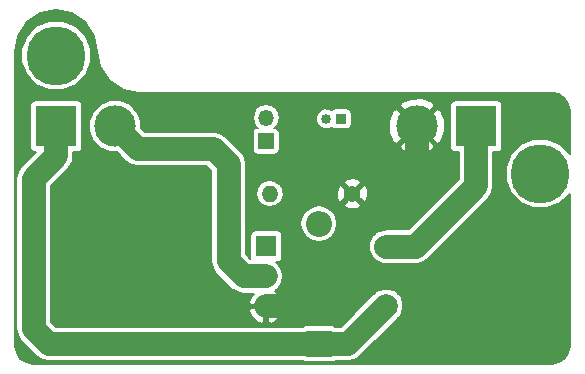
<source format=gbl>
G04 #@! TF.FileFunction,Copper,L2,Bot,Signal*
%FSLAX46Y46*%
G04 Gerber Fmt 4.6, Leading zero omitted, Abs format (unit mm)*
G04 Created by KiCad (PCBNEW 4.0.7) date 08/24/19 09:27:58*
%MOMM*%
%LPD*%
G01*
G04 APERTURE LIST*
%ADD10C,0.100000*%
%ADD11C,5.000000*%
%ADD12C,2.000000*%
%ADD13R,1.800000X1.800000*%
%ADD14O,1.800000X1.800000*%
%ADD15R,3.500000X3.500000*%
%ADD16C,3.500000*%
%ADD17R,0.850000X0.850000*%
%ADD18C,0.850000*%
%ADD19R,2.200000X2.200000*%
%ADD20O,2.200000X2.200000*%
%ADD21C,1.400000*%
%ADD22O,1.400000X1.400000*%
%ADD23R,1.350000X1.350000*%
%ADD24O,1.350000X1.350000*%
%ADD25C,2.032000*%
%ADD26C,0.200000*%
G04 APERTURE END LIST*
D10*
D11*
X167998000Y-90365000D03*
X126998000Y-80365000D03*
D12*
X154940000Y-101560000D03*
X154940000Y-96560000D03*
D13*
X144780000Y-96520000D03*
D14*
X144780000Y-99060000D03*
X144780000Y-101600000D03*
D15*
X127000000Y-86360000D03*
D16*
X132000000Y-86360000D03*
D17*
X151130000Y-85725000D03*
D18*
X149880000Y-85725000D03*
D19*
X149225000Y-104775000D03*
D20*
X149225000Y-94615000D03*
D21*
X152090000Y-92075000D03*
D22*
X145090000Y-92075000D03*
D23*
X144780000Y-87630000D03*
D24*
X144780000Y-85630000D03*
D15*
X162560000Y-86360000D03*
D16*
X157560000Y-86360000D03*
D25*
X144780000Y-99060000D02*
X142875000Y-99060000D01*
X142875000Y-99060000D02*
X141605000Y-97790000D01*
X141605000Y-97790000D02*
X141605000Y-89535000D01*
X141605000Y-89535000D02*
X140335000Y-88265000D01*
X140335000Y-88265000D02*
X133905000Y-88265000D01*
X133905000Y-88265000D02*
X132000000Y-86360000D01*
X149225000Y-104775000D02*
X151725000Y-104775000D01*
X151725000Y-104775000D02*
X154940000Y-101560000D01*
X149225000Y-104775000D02*
X147955000Y-104775000D01*
X147955000Y-104775000D02*
X126365000Y-104775000D01*
X126365000Y-104775000D02*
X125095000Y-103505000D01*
X125095000Y-103505000D02*
X125095000Y-90805000D01*
X125095000Y-90805000D02*
X127000000Y-88900000D01*
X127000000Y-88900000D02*
X127000000Y-86360000D01*
X154900000Y-101600000D02*
X154940000Y-101560000D01*
X154940000Y-96560000D02*
X157440000Y-96560000D01*
X162560000Y-91440000D02*
X162560000Y-86360000D01*
X157440000Y-96560000D02*
X162560000Y-91440000D01*
X144780000Y-101600000D02*
X146050000Y-101600000D01*
X157560000Y-90090000D02*
X157560000Y-86360000D01*
X146050000Y-101600000D02*
X157560000Y-90090000D01*
D26*
G36*
X128325888Y-76799021D02*
X129449923Y-77550076D01*
X130200979Y-78674112D01*
X130485088Y-80102422D01*
X130713448Y-81250468D01*
X130713448Y-81250473D01*
X130752644Y-81345099D01*
X130791839Y-81439725D01*
X130791842Y-81439728D01*
X131442158Y-82412994D01*
X131587005Y-82557841D01*
X132560275Y-83208160D01*
X132560276Y-83208161D01*
X132671137Y-83254081D01*
X132749527Y-83286551D01*
X132749528Y-83286551D01*
X133897578Y-83514912D01*
X133949285Y-83514912D01*
X134000000Y-83525000D01*
X168948294Y-83525000D01*
X169560522Y-83646780D01*
X170035710Y-83964290D01*
X170353220Y-84439479D01*
X170475000Y-85051706D01*
X170475000Y-88670751D01*
X169671223Y-87865570D01*
X168587366Y-87415513D01*
X167413783Y-87414489D01*
X166329142Y-87862653D01*
X165498570Y-88691777D01*
X165048513Y-89775634D01*
X165047489Y-90949217D01*
X165495653Y-92033858D01*
X166324777Y-92864430D01*
X167408634Y-93314487D01*
X168582217Y-93315511D01*
X169666858Y-92867347D01*
X170475000Y-92060614D01*
X170475000Y-104948294D01*
X170353220Y-105560521D01*
X170035710Y-106035710D01*
X169560522Y-106353220D01*
X168948294Y-106475000D01*
X125051706Y-106475000D01*
X124439479Y-106353220D01*
X123964290Y-106035710D01*
X123646780Y-105560522D01*
X123525000Y-104948294D01*
X123525000Y-90805000D01*
X123628999Y-90805000D01*
X123629000Y-90805005D01*
X123629000Y-103504995D01*
X123628999Y-103505000D01*
X123740593Y-104066014D01*
X124058381Y-104541619D01*
X125328379Y-105811616D01*
X125328381Y-105811619D01*
X125695684Y-106057042D01*
X125803986Y-106129407D01*
X126365000Y-106241000D01*
X147863559Y-106241000D01*
X147946495Y-106297668D01*
X148125000Y-106333816D01*
X150325000Y-106333816D01*
X150491760Y-106302438D01*
X150587237Y-106241000D01*
X151724995Y-106241000D01*
X151725000Y-106241001D01*
X152286014Y-106129407D01*
X152761619Y-105811619D01*
X155936616Y-102636621D01*
X155936619Y-102636619D01*
X155976619Y-102596618D01*
X156021983Y-102528725D01*
X156168533Y-102382431D01*
X156248643Y-102189505D01*
X156294408Y-102121013D01*
X156310338Y-102040928D01*
X156389748Y-101849688D01*
X156389930Y-101640793D01*
X156406001Y-101560000D01*
X156390070Y-101479912D01*
X156390251Y-101272843D01*
X156310479Y-101079779D01*
X156294408Y-100998986D01*
X156249043Y-100931092D01*
X156169967Y-100739714D01*
X156022385Y-100591874D01*
X155976619Y-100523381D01*
X155908723Y-100478015D01*
X155762431Y-100331467D01*
X155569508Y-100251358D01*
X155501014Y-100205592D01*
X155420927Y-100189662D01*
X155229688Y-100110252D01*
X155020793Y-100110070D01*
X154940000Y-100093999D01*
X154859912Y-100109930D01*
X154652843Y-100109749D01*
X154459778Y-100189522D01*
X154378987Y-100205592D01*
X154311094Y-100250956D01*
X154119714Y-100330033D01*
X153971872Y-100477617D01*
X153903382Y-100523381D01*
X153863381Y-100563381D01*
X153863379Y-100563384D01*
X151117762Y-103309000D01*
X150586441Y-103309000D01*
X150503505Y-103252332D01*
X150325000Y-103216184D01*
X148125000Y-103216184D01*
X147958240Y-103247562D01*
X147862763Y-103309000D01*
X126972237Y-103309000D01*
X126561000Y-102897762D01*
X126561000Y-101986776D01*
X143322432Y-101986776D01*
X143581396Y-102515122D01*
X144022836Y-102904148D01*
X144393226Y-103057556D01*
X144626000Y-102947227D01*
X144626000Y-101754000D01*
X144934000Y-101754000D01*
X144934000Y-102947227D01*
X145166774Y-103057556D01*
X145537164Y-102904148D01*
X145978604Y-102515122D01*
X146237568Y-101986776D01*
X146128128Y-101754000D01*
X144934000Y-101754000D01*
X144626000Y-101754000D01*
X143431872Y-101754000D01*
X143322432Y-101986776D01*
X126561000Y-101986776D01*
X126561000Y-91412238D01*
X128036616Y-89936621D01*
X128036619Y-89936619D01*
X128354407Y-89461014D01*
X128386113Y-89301619D01*
X128466001Y-88900000D01*
X128466000Y-88899995D01*
X128466000Y-88568816D01*
X128750000Y-88568816D01*
X128916760Y-88537438D01*
X129069919Y-88438883D01*
X129172668Y-88288505D01*
X129208816Y-88110000D01*
X129208816Y-86795687D01*
X129799619Y-86795687D01*
X130133843Y-87604572D01*
X130752173Y-88223982D01*
X131560473Y-88559618D01*
X132126874Y-88560112D01*
X132868379Y-89301616D01*
X132868381Y-89301619D01*
X133343986Y-89619407D01*
X133437065Y-89637922D01*
X133905000Y-89731001D01*
X133905005Y-89731000D01*
X139727762Y-89731000D01*
X140139000Y-90142237D01*
X140139000Y-97789995D01*
X140138999Y-97790000D01*
X140250593Y-98351014D01*
X140568381Y-98826619D01*
X141838379Y-100096616D01*
X141838381Y-100096619D01*
X142187711Y-100330033D01*
X142313986Y-100414407D01*
X142875000Y-100526000D01*
X143761680Y-100526000D01*
X143581396Y-100684878D01*
X143322432Y-101213224D01*
X143431872Y-101446000D01*
X144626000Y-101446000D01*
X144626000Y-101426000D01*
X144934000Y-101426000D01*
X144934000Y-101446000D01*
X146128128Y-101446000D01*
X146237568Y-101213224D01*
X145978604Y-100684878D01*
X145537164Y-100295852D01*
X145525608Y-100291066D01*
X145816619Y-100096619D01*
X146134407Y-99621014D01*
X146246000Y-99060000D01*
X146134407Y-98498986D01*
X145816619Y-98023381D01*
X145600261Y-97878816D01*
X145680000Y-97878816D01*
X145846760Y-97847438D01*
X145999919Y-97748883D01*
X146102668Y-97598505D01*
X146138816Y-97420000D01*
X146138816Y-96560000D01*
X153474000Y-96560000D01*
X153489930Y-96640083D01*
X153489749Y-96847157D01*
X153569523Y-97040225D01*
X153585593Y-97121014D01*
X153630956Y-97188905D01*
X153710033Y-97380286D01*
X153857616Y-97528126D01*
X153903381Y-97596619D01*
X153971276Y-97641985D01*
X154117569Y-97788533D01*
X154310496Y-97868644D01*
X154378986Y-97914407D01*
X154459068Y-97930336D01*
X154650312Y-98009748D01*
X154859212Y-98009930D01*
X154940000Y-98026000D01*
X157439995Y-98026000D01*
X157440000Y-98026001D01*
X158001014Y-97914407D01*
X158476619Y-97596619D01*
X163596616Y-92476621D01*
X163596619Y-92476619D01*
X163914407Y-92001014D01*
X164026000Y-91440000D01*
X164026000Y-88568816D01*
X164310000Y-88568816D01*
X164476760Y-88537438D01*
X164629919Y-88438883D01*
X164732668Y-88288505D01*
X164768816Y-88110000D01*
X164768816Y-84610000D01*
X164737438Y-84443240D01*
X164638883Y-84290081D01*
X164488505Y-84187332D01*
X164310000Y-84151184D01*
X160810000Y-84151184D01*
X160643240Y-84182562D01*
X160490081Y-84281117D01*
X160387332Y-84431495D01*
X160351184Y-84610000D01*
X160351184Y-88110000D01*
X160382562Y-88276760D01*
X160481117Y-88429919D01*
X160631495Y-88532668D01*
X160810000Y-88568816D01*
X161094000Y-88568816D01*
X161094000Y-90832763D01*
X156832762Y-95094000D01*
X154940000Y-95094000D01*
X154859917Y-95109930D01*
X154652843Y-95109749D01*
X154459775Y-95189523D01*
X154378986Y-95205593D01*
X154311095Y-95250956D01*
X154119714Y-95330033D01*
X153971874Y-95477616D01*
X153903381Y-95523381D01*
X153858015Y-95591276D01*
X153711467Y-95737569D01*
X153631356Y-95930496D01*
X153585593Y-95998986D01*
X153569664Y-96079068D01*
X153490252Y-96270312D01*
X153490070Y-96479212D01*
X153474000Y-96560000D01*
X146138816Y-96560000D01*
X146138816Y-95620000D01*
X146107438Y-95453240D01*
X146008883Y-95300081D01*
X145858505Y-95197332D01*
X145680000Y-95161184D01*
X143880000Y-95161184D01*
X143713240Y-95192562D01*
X143560081Y-95291117D01*
X143457332Y-95441495D01*
X143421184Y-95620000D01*
X143421184Y-97420000D01*
X143447362Y-97559125D01*
X143071000Y-97182762D01*
X143071000Y-94584634D01*
X147675000Y-94584634D01*
X147675000Y-94645366D01*
X147792987Y-95238525D01*
X148128984Y-95741382D01*
X148631841Y-96077379D01*
X149225000Y-96195366D01*
X149818159Y-96077379D01*
X150321016Y-95741382D01*
X150657013Y-95238525D01*
X150775000Y-94645366D01*
X150775000Y-94584634D01*
X150657013Y-93991475D01*
X150321016Y-93488618D01*
X149818159Y-93152621D01*
X149225000Y-93034634D01*
X148631841Y-93152621D01*
X148128984Y-93488618D01*
X147792987Y-93991475D01*
X147675000Y-94584634D01*
X143071000Y-94584634D01*
X143071000Y-92075000D01*
X143917470Y-92075000D01*
X144005009Y-92515086D01*
X144254297Y-92888173D01*
X144627384Y-93137461D01*
X145067470Y-93225000D01*
X145112530Y-93225000D01*
X145552616Y-93137461D01*
X145739928Y-93012303D01*
X151370486Y-93012303D01*
X151435947Y-93237227D01*
X151930499Y-93399052D01*
X152449333Y-93359303D01*
X152744053Y-93237227D01*
X152809514Y-93012303D01*
X152090000Y-92292789D01*
X151370486Y-93012303D01*
X145739928Y-93012303D01*
X145925703Y-92888173D01*
X146174991Y-92515086D01*
X146262530Y-92075000D01*
X146230804Y-91915499D01*
X150765948Y-91915499D01*
X150805697Y-92434333D01*
X150927773Y-92729053D01*
X151152697Y-92794514D01*
X151872211Y-92075000D01*
X152307789Y-92075000D01*
X153027303Y-92794514D01*
X153252227Y-92729053D01*
X153414052Y-92234501D01*
X153374303Y-91715667D01*
X153252227Y-91420947D01*
X153027303Y-91355486D01*
X152307789Y-92075000D01*
X151872211Y-92075000D01*
X151152697Y-91355486D01*
X150927773Y-91420947D01*
X150765948Y-91915499D01*
X146230804Y-91915499D01*
X146174991Y-91634914D01*
X145925703Y-91261827D01*
X145739929Y-91137697D01*
X151370486Y-91137697D01*
X152090000Y-91857211D01*
X152809514Y-91137697D01*
X152744053Y-90912773D01*
X152249501Y-90750948D01*
X151730667Y-90790697D01*
X151435947Y-90912773D01*
X151370486Y-91137697D01*
X145739929Y-91137697D01*
X145552616Y-91012539D01*
X145112530Y-90925000D01*
X145067470Y-90925000D01*
X144627384Y-91012539D01*
X144254297Y-91261827D01*
X144005009Y-91634914D01*
X143917470Y-92075000D01*
X143071000Y-92075000D01*
X143071000Y-89535000D01*
X142959407Y-88973986D01*
X142641619Y-88498381D01*
X142641616Y-88498379D01*
X141371619Y-87228381D01*
X140896014Y-86910593D01*
X140335000Y-86798999D01*
X140334995Y-86799000D01*
X134512237Y-86799000D01*
X134199891Y-86486653D01*
X134200381Y-85924313D01*
X134078774Y-85630000D01*
X143632960Y-85630000D01*
X143718596Y-86060519D01*
X143962465Y-86425495D01*
X144076332Y-86501578D01*
X143938240Y-86527562D01*
X143785081Y-86626117D01*
X143682332Y-86776495D01*
X143646184Y-86955000D01*
X143646184Y-88305000D01*
X143677562Y-88471760D01*
X143776117Y-88624919D01*
X143926495Y-88727668D01*
X144105000Y-88763816D01*
X145455000Y-88763816D01*
X145621760Y-88732438D01*
X145774919Y-88633883D01*
X145877668Y-88483505D01*
X145913816Y-88305000D01*
X145913816Y-88057710D01*
X156080079Y-88057710D01*
X156274340Y-88391560D01*
X157149649Y-88728918D01*
X158087430Y-88705629D01*
X158845660Y-88391560D01*
X159039921Y-88057710D01*
X157560000Y-86577789D01*
X156080079Y-88057710D01*
X145913816Y-88057710D01*
X145913816Y-86955000D01*
X145882438Y-86788240D01*
X145783883Y-86635081D01*
X145633505Y-86532332D01*
X145483196Y-86501894D01*
X145597535Y-86425495D01*
X145841404Y-86060519D01*
X145873674Y-85898285D01*
X149004849Y-85898285D01*
X149137779Y-86220000D01*
X149383705Y-86466356D01*
X149705188Y-86599848D01*
X150053285Y-86600151D01*
X150374511Y-86467423D01*
X150376117Y-86469919D01*
X150526495Y-86572668D01*
X150705000Y-86608816D01*
X151555000Y-86608816D01*
X151721760Y-86577438D01*
X151874919Y-86478883D01*
X151977668Y-86328505D01*
X152013816Y-86150000D01*
X152013816Y-85949649D01*
X155191082Y-85949649D01*
X155214371Y-86887430D01*
X155528440Y-87645660D01*
X155862290Y-87839921D01*
X157342211Y-86360000D01*
X157777789Y-86360000D01*
X159257710Y-87839921D01*
X159591560Y-87645660D01*
X159928918Y-86770351D01*
X159905629Y-85832570D01*
X159591560Y-85074340D01*
X159257710Y-84880079D01*
X157777789Y-86360000D01*
X157342211Y-86360000D01*
X155862290Y-84880079D01*
X155528440Y-85074340D01*
X155191082Y-85949649D01*
X152013816Y-85949649D01*
X152013816Y-85300000D01*
X151982438Y-85133240D01*
X151883883Y-84980081D01*
X151733505Y-84877332D01*
X151555000Y-84841184D01*
X150705000Y-84841184D01*
X150538240Y-84872562D01*
X150385081Y-84971117D01*
X150376430Y-84983779D01*
X150376295Y-84983644D01*
X150054812Y-84850152D01*
X149706715Y-84849849D01*
X149385000Y-84982779D01*
X149138644Y-85228705D01*
X149005152Y-85550188D01*
X149004849Y-85898285D01*
X145873674Y-85898285D01*
X145927040Y-85630000D01*
X145841404Y-85199481D01*
X145597535Y-84834505D01*
X145339797Y-84662290D01*
X156080079Y-84662290D01*
X157560000Y-86142211D01*
X159039921Y-84662290D01*
X158845660Y-84328440D01*
X157970351Y-83991082D01*
X157032570Y-84014371D01*
X156274340Y-84328440D01*
X156080079Y-84662290D01*
X145339797Y-84662290D01*
X145232559Y-84590636D01*
X144802040Y-84505000D01*
X144757960Y-84505000D01*
X144327441Y-84590636D01*
X143962465Y-84834505D01*
X143718596Y-85199481D01*
X143632960Y-85630000D01*
X134078774Y-85630000D01*
X133866157Y-85115428D01*
X133247827Y-84496018D01*
X132439527Y-84160382D01*
X131564313Y-84159619D01*
X130755428Y-84493843D01*
X130136018Y-85112173D01*
X129800382Y-85920473D01*
X129799619Y-86795687D01*
X129208816Y-86795687D01*
X129208816Y-84610000D01*
X129177438Y-84443240D01*
X129078883Y-84290081D01*
X128928505Y-84187332D01*
X128750000Y-84151184D01*
X125250000Y-84151184D01*
X125083240Y-84182562D01*
X124930081Y-84281117D01*
X124827332Y-84431495D01*
X124791184Y-84610000D01*
X124791184Y-88110000D01*
X124822562Y-88276760D01*
X124921117Y-88429919D01*
X125071495Y-88532668D01*
X125250000Y-88568816D01*
X125257947Y-88568816D01*
X124058381Y-89768381D01*
X123740593Y-90243986D01*
X123628999Y-90805000D01*
X123525000Y-90805000D01*
X123525000Y-80949217D01*
X124047489Y-80949217D01*
X124495653Y-82033858D01*
X125324777Y-82864430D01*
X126408634Y-83314487D01*
X127582217Y-83315511D01*
X128666858Y-82867347D01*
X129497430Y-82038223D01*
X129947487Y-80954366D01*
X129948511Y-79780783D01*
X129500347Y-78696142D01*
X128671223Y-77865570D01*
X127587366Y-77415513D01*
X126413783Y-77414489D01*
X125329142Y-77862653D01*
X124498570Y-78691777D01*
X124048513Y-79775634D01*
X124047489Y-80949217D01*
X123525000Y-80949217D01*
X123525000Y-80051706D01*
X123799021Y-78674112D01*
X124550076Y-77550077D01*
X125674112Y-76799021D01*
X127000000Y-76535285D01*
X128325888Y-76799021D01*
X128325888Y-76799021D01*
G37*
X128325888Y-76799021D02*
X129449923Y-77550076D01*
X130200979Y-78674112D01*
X130485088Y-80102422D01*
X130713448Y-81250468D01*
X130713448Y-81250473D01*
X130752644Y-81345099D01*
X130791839Y-81439725D01*
X130791842Y-81439728D01*
X131442158Y-82412994D01*
X131587005Y-82557841D01*
X132560275Y-83208160D01*
X132560276Y-83208161D01*
X132671137Y-83254081D01*
X132749527Y-83286551D01*
X132749528Y-83286551D01*
X133897578Y-83514912D01*
X133949285Y-83514912D01*
X134000000Y-83525000D01*
X168948294Y-83525000D01*
X169560522Y-83646780D01*
X170035710Y-83964290D01*
X170353220Y-84439479D01*
X170475000Y-85051706D01*
X170475000Y-88670751D01*
X169671223Y-87865570D01*
X168587366Y-87415513D01*
X167413783Y-87414489D01*
X166329142Y-87862653D01*
X165498570Y-88691777D01*
X165048513Y-89775634D01*
X165047489Y-90949217D01*
X165495653Y-92033858D01*
X166324777Y-92864430D01*
X167408634Y-93314487D01*
X168582217Y-93315511D01*
X169666858Y-92867347D01*
X170475000Y-92060614D01*
X170475000Y-104948294D01*
X170353220Y-105560521D01*
X170035710Y-106035710D01*
X169560522Y-106353220D01*
X168948294Y-106475000D01*
X125051706Y-106475000D01*
X124439479Y-106353220D01*
X123964290Y-106035710D01*
X123646780Y-105560522D01*
X123525000Y-104948294D01*
X123525000Y-90805000D01*
X123628999Y-90805000D01*
X123629000Y-90805005D01*
X123629000Y-103504995D01*
X123628999Y-103505000D01*
X123740593Y-104066014D01*
X124058381Y-104541619D01*
X125328379Y-105811616D01*
X125328381Y-105811619D01*
X125695684Y-106057042D01*
X125803986Y-106129407D01*
X126365000Y-106241000D01*
X147863559Y-106241000D01*
X147946495Y-106297668D01*
X148125000Y-106333816D01*
X150325000Y-106333816D01*
X150491760Y-106302438D01*
X150587237Y-106241000D01*
X151724995Y-106241000D01*
X151725000Y-106241001D01*
X152286014Y-106129407D01*
X152761619Y-105811619D01*
X155936616Y-102636621D01*
X155936619Y-102636619D01*
X155976619Y-102596618D01*
X156021983Y-102528725D01*
X156168533Y-102382431D01*
X156248643Y-102189505D01*
X156294408Y-102121013D01*
X156310338Y-102040928D01*
X156389748Y-101849688D01*
X156389930Y-101640793D01*
X156406001Y-101560000D01*
X156390070Y-101479912D01*
X156390251Y-101272843D01*
X156310479Y-101079779D01*
X156294408Y-100998986D01*
X156249043Y-100931092D01*
X156169967Y-100739714D01*
X156022385Y-100591874D01*
X155976619Y-100523381D01*
X155908723Y-100478015D01*
X155762431Y-100331467D01*
X155569508Y-100251358D01*
X155501014Y-100205592D01*
X155420927Y-100189662D01*
X155229688Y-100110252D01*
X155020793Y-100110070D01*
X154940000Y-100093999D01*
X154859912Y-100109930D01*
X154652843Y-100109749D01*
X154459778Y-100189522D01*
X154378987Y-100205592D01*
X154311094Y-100250956D01*
X154119714Y-100330033D01*
X153971872Y-100477617D01*
X153903382Y-100523381D01*
X153863381Y-100563381D01*
X153863379Y-100563384D01*
X151117762Y-103309000D01*
X150586441Y-103309000D01*
X150503505Y-103252332D01*
X150325000Y-103216184D01*
X148125000Y-103216184D01*
X147958240Y-103247562D01*
X147862763Y-103309000D01*
X126972237Y-103309000D01*
X126561000Y-102897762D01*
X126561000Y-101986776D01*
X143322432Y-101986776D01*
X143581396Y-102515122D01*
X144022836Y-102904148D01*
X144393226Y-103057556D01*
X144626000Y-102947227D01*
X144626000Y-101754000D01*
X144934000Y-101754000D01*
X144934000Y-102947227D01*
X145166774Y-103057556D01*
X145537164Y-102904148D01*
X145978604Y-102515122D01*
X146237568Y-101986776D01*
X146128128Y-101754000D01*
X144934000Y-101754000D01*
X144626000Y-101754000D01*
X143431872Y-101754000D01*
X143322432Y-101986776D01*
X126561000Y-101986776D01*
X126561000Y-91412238D01*
X128036616Y-89936621D01*
X128036619Y-89936619D01*
X128354407Y-89461014D01*
X128386113Y-89301619D01*
X128466001Y-88900000D01*
X128466000Y-88899995D01*
X128466000Y-88568816D01*
X128750000Y-88568816D01*
X128916760Y-88537438D01*
X129069919Y-88438883D01*
X129172668Y-88288505D01*
X129208816Y-88110000D01*
X129208816Y-86795687D01*
X129799619Y-86795687D01*
X130133843Y-87604572D01*
X130752173Y-88223982D01*
X131560473Y-88559618D01*
X132126874Y-88560112D01*
X132868379Y-89301616D01*
X132868381Y-89301619D01*
X133343986Y-89619407D01*
X133437065Y-89637922D01*
X133905000Y-89731001D01*
X133905005Y-89731000D01*
X139727762Y-89731000D01*
X140139000Y-90142237D01*
X140139000Y-97789995D01*
X140138999Y-97790000D01*
X140250593Y-98351014D01*
X140568381Y-98826619D01*
X141838379Y-100096616D01*
X141838381Y-100096619D01*
X142187711Y-100330033D01*
X142313986Y-100414407D01*
X142875000Y-100526000D01*
X143761680Y-100526000D01*
X143581396Y-100684878D01*
X143322432Y-101213224D01*
X143431872Y-101446000D01*
X144626000Y-101446000D01*
X144626000Y-101426000D01*
X144934000Y-101426000D01*
X144934000Y-101446000D01*
X146128128Y-101446000D01*
X146237568Y-101213224D01*
X145978604Y-100684878D01*
X145537164Y-100295852D01*
X145525608Y-100291066D01*
X145816619Y-100096619D01*
X146134407Y-99621014D01*
X146246000Y-99060000D01*
X146134407Y-98498986D01*
X145816619Y-98023381D01*
X145600261Y-97878816D01*
X145680000Y-97878816D01*
X145846760Y-97847438D01*
X145999919Y-97748883D01*
X146102668Y-97598505D01*
X146138816Y-97420000D01*
X146138816Y-96560000D01*
X153474000Y-96560000D01*
X153489930Y-96640083D01*
X153489749Y-96847157D01*
X153569523Y-97040225D01*
X153585593Y-97121014D01*
X153630956Y-97188905D01*
X153710033Y-97380286D01*
X153857616Y-97528126D01*
X153903381Y-97596619D01*
X153971276Y-97641985D01*
X154117569Y-97788533D01*
X154310496Y-97868644D01*
X154378986Y-97914407D01*
X154459068Y-97930336D01*
X154650312Y-98009748D01*
X154859212Y-98009930D01*
X154940000Y-98026000D01*
X157439995Y-98026000D01*
X157440000Y-98026001D01*
X158001014Y-97914407D01*
X158476619Y-97596619D01*
X163596616Y-92476621D01*
X163596619Y-92476619D01*
X163914407Y-92001014D01*
X164026000Y-91440000D01*
X164026000Y-88568816D01*
X164310000Y-88568816D01*
X164476760Y-88537438D01*
X164629919Y-88438883D01*
X164732668Y-88288505D01*
X164768816Y-88110000D01*
X164768816Y-84610000D01*
X164737438Y-84443240D01*
X164638883Y-84290081D01*
X164488505Y-84187332D01*
X164310000Y-84151184D01*
X160810000Y-84151184D01*
X160643240Y-84182562D01*
X160490081Y-84281117D01*
X160387332Y-84431495D01*
X160351184Y-84610000D01*
X160351184Y-88110000D01*
X160382562Y-88276760D01*
X160481117Y-88429919D01*
X160631495Y-88532668D01*
X160810000Y-88568816D01*
X161094000Y-88568816D01*
X161094000Y-90832763D01*
X156832762Y-95094000D01*
X154940000Y-95094000D01*
X154859917Y-95109930D01*
X154652843Y-95109749D01*
X154459775Y-95189523D01*
X154378986Y-95205593D01*
X154311095Y-95250956D01*
X154119714Y-95330033D01*
X153971874Y-95477616D01*
X153903381Y-95523381D01*
X153858015Y-95591276D01*
X153711467Y-95737569D01*
X153631356Y-95930496D01*
X153585593Y-95998986D01*
X153569664Y-96079068D01*
X153490252Y-96270312D01*
X153490070Y-96479212D01*
X153474000Y-96560000D01*
X146138816Y-96560000D01*
X146138816Y-95620000D01*
X146107438Y-95453240D01*
X146008883Y-95300081D01*
X145858505Y-95197332D01*
X145680000Y-95161184D01*
X143880000Y-95161184D01*
X143713240Y-95192562D01*
X143560081Y-95291117D01*
X143457332Y-95441495D01*
X143421184Y-95620000D01*
X143421184Y-97420000D01*
X143447362Y-97559125D01*
X143071000Y-97182762D01*
X143071000Y-94584634D01*
X147675000Y-94584634D01*
X147675000Y-94645366D01*
X147792987Y-95238525D01*
X148128984Y-95741382D01*
X148631841Y-96077379D01*
X149225000Y-96195366D01*
X149818159Y-96077379D01*
X150321016Y-95741382D01*
X150657013Y-95238525D01*
X150775000Y-94645366D01*
X150775000Y-94584634D01*
X150657013Y-93991475D01*
X150321016Y-93488618D01*
X149818159Y-93152621D01*
X149225000Y-93034634D01*
X148631841Y-93152621D01*
X148128984Y-93488618D01*
X147792987Y-93991475D01*
X147675000Y-94584634D01*
X143071000Y-94584634D01*
X143071000Y-92075000D01*
X143917470Y-92075000D01*
X144005009Y-92515086D01*
X144254297Y-92888173D01*
X144627384Y-93137461D01*
X145067470Y-93225000D01*
X145112530Y-93225000D01*
X145552616Y-93137461D01*
X145739928Y-93012303D01*
X151370486Y-93012303D01*
X151435947Y-93237227D01*
X151930499Y-93399052D01*
X152449333Y-93359303D01*
X152744053Y-93237227D01*
X152809514Y-93012303D01*
X152090000Y-92292789D01*
X151370486Y-93012303D01*
X145739928Y-93012303D01*
X145925703Y-92888173D01*
X146174991Y-92515086D01*
X146262530Y-92075000D01*
X146230804Y-91915499D01*
X150765948Y-91915499D01*
X150805697Y-92434333D01*
X150927773Y-92729053D01*
X151152697Y-92794514D01*
X151872211Y-92075000D01*
X152307789Y-92075000D01*
X153027303Y-92794514D01*
X153252227Y-92729053D01*
X153414052Y-92234501D01*
X153374303Y-91715667D01*
X153252227Y-91420947D01*
X153027303Y-91355486D01*
X152307789Y-92075000D01*
X151872211Y-92075000D01*
X151152697Y-91355486D01*
X150927773Y-91420947D01*
X150765948Y-91915499D01*
X146230804Y-91915499D01*
X146174991Y-91634914D01*
X145925703Y-91261827D01*
X145739929Y-91137697D01*
X151370486Y-91137697D01*
X152090000Y-91857211D01*
X152809514Y-91137697D01*
X152744053Y-90912773D01*
X152249501Y-90750948D01*
X151730667Y-90790697D01*
X151435947Y-90912773D01*
X151370486Y-91137697D01*
X145739929Y-91137697D01*
X145552616Y-91012539D01*
X145112530Y-90925000D01*
X145067470Y-90925000D01*
X144627384Y-91012539D01*
X144254297Y-91261827D01*
X144005009Y-91634914D01*
X143917470Y-92075000D01*
X143071000Y-92075000D01*
X143071000Y-89535000D01*
X142959407Y-88973986D01*
X142641619Y-88498381D01*
X142641616Y-88498379D01*
X141371619Y-87228381D01*
X140896014Y-86910593D01*
X140335000Y-86798999D01*
X140334995Y-86799000D01*
X134512237Y-86799000D01*
X134199891Y-86486653D01*
X134200381Y-85924313D01*
X134078774Y-85630000D01*
X143632960Y-85630000D01*
X143718596Y-86060519D01*
X143962465Y-86425495D01*
X144076332Y-86501578D01*
X143938240Y-86527562D01*
X143785081Y-86626117D01*
X143682332Y-86776495D01*
X143646184Y-86955000D01*
X143646184Y-88305000D01*
X143677562Y-88471760D01*
X143776117Y-88624919D01*
X143926495Y-88727668D01*
X144105000Y-88763816D01*
X145455000Y-88763816D01*
X145621760Y-88732438D01*
X145774919Y-88633883D01*
X145877668Y-88483505D01*
X145913816Y-88305000D01*
X145913816Y-88057710D01*
X156080079Y-88057710D01*
X156274340Y-88391560D01*
X157149649Y-88728918D01*
X158087430Y-88705629D01*
X158845660Y-88391560D01*
X159039921Y-88057710D01*
X157560000Y-86577789D01*
X156080079Y-88057710D01*
X145913816Y-88057710D01*
X145913816Y-86955000D01*
X145882438Y-86788240D01*
X145783883Y-86635081D01*
X145633505Y-86532332D01*
X145483196Y-86501894D01*
X145597535Y-86425495D01*
X145841404Y-86060519D01*
X145873674Y-85898285D01*
X149004849Y-85898285D01*
X149137779Y-86220000D01*
X149383705Y-86466356D01*
X149705188Y-86599848D01*
X150053285Y-86600151D01*
X150374511Y-86467423D01*
X150376117Y-86469919D01*
X150526495Y-86572668D01*
X150705000Y-86608816D01*
X151555000Y-86608816D01*
X151721760Y-86577438D01*
X151874919Y-86478883D01*
X151977668Y-86328505D01*
X152013816Y-86150000D01*
X152013816Y-85949649D01*
X155191082Y-85949649D01*
X155214371Y-86887430D01*
X155528440Y-87645660D01*
X155862290Y-87839921D01*
X157342211Y-86360000D01*
X157777789Y-86360000D01*
X159257710Y-87839921D01*
X159591560Y-87645660D01*
X159928918Y-86770351D01*
X159905629Y-85832570D01*
X159591560Y-85074340D01*
X159257710Y-84880079D01*
X157777789Y-86360000D01*
X157342211Y-86360000D01*
X155862290Y-84880079D01*
X155528440Y-85074340D01*
X155191082Y-85949649D01*
X152013816Y-85949649D01*
X152013816Y-85300000D01*
X151982438Y-85133240D01*
X151883883Y-84980081D01*
X151733505Y-84877332D01*
X151555000Y-84841184D01*
X150705000Y-84841184D01*
X150538240Y-84872562D01*
X150385081Y-84971117D01*
X150376430Y-84983779D01*
X150376295Y-84983644D01*
X150054812Y-84850152D01*
X149706715Y-84849849D01*
X149385000Y-84982779D01*
X149138644Y-85228705D01*
X149005152Y-85550188D01*
X149004849Y-85898285D01*
X145873674Y-85898285D01*
X145927040Y-85630000D01*
X145841404Y-85199481D01*
X145597535Y-84834505D01*
X145339797Y-84662290D01*
X156080079Y-84662290D01*
X157560000Y-86142211D01*
X159039921Y-84662290D01*
X158845660Y-84328440D01*
X157970351Y-83991082D01*
X157032570Y-84014371D01*
X156274340Y-84328440D01*
X156080079Y-84662290D01*
X145339797Y-84662290D01*
X145232559Y-84590636D01*
X144802040Y-84505000D01*
X144757960Y-84505000D01*
X144327441Y-84590636D01*
X143962465Y-84834505D01*
X143718596Y-85199481D01*
X143632960Y-85630000D01*
X134078774Y-85630000D01*
X133866157Y-85115428D01*
X133247827Y-84496018D01*
X132439527Y-84160382D01*
X131564313Y-84159619D01*
X130755428Y-84493843D01*
X130136018Y-85112173D01*
X129800382Y-85920473D01*
X129799619Y-86795687D01*
X129208816Y-86795687D01*
X129208816Y-84610000D01*
X129177438Y-84443240D01*
X129078883Y-84290081D01*
X128928505Y-84187332D01*
X128750000Y-84151184D01*
X125250000Y-84151184D01*
X125083240Y-84182562D01*
X124930081Y-84281117D01*
X124827332Y-84431495D01*
X124791184Y-84610000D01*
X124791184Y-88110000D01*
X124822562Y-88276760D01*
X124921117Y-88429919D01*
X125071495Y-88532668D01*
X125250000Y-88568816D01*
X125257947Y-88568816D01*
X124058381Y-89768381D01*
X123740593Y-90243986D01*
X123628999Y-90805000D01*
X123525000Y-90805000D01*
X123525000Y-80949217D01*
X124047489Y-80949217D01*
X124495653Y-82033858D01*
X125324777Y-82864430D01*
X126408634Y-83314487D01*
X127582217Y-83315511D01*
X128666858Y-82867347D01*
X129497430Y-82038223D01*
X129947487Y-80954366D01*
X129948511Y-79780783D01*
X129500347Y-78696142D01*
X128671223Y-77865570D01*
X127587366Y-77415513D01*
X126413783Y-77414489D01*
X125329142Y-77862653D01*
X124498570Y-78691777D01*
X124048513Y-79775634D01*
X124047489Y-80949217D01*
X123525000Y-80949217D01*
X123525000Y-80051706D01*
X123799021Y-78674112D01*
X124550076Y-77550077D01*
X125674112Y-76799021D01*
X127000000Y-76535285D01*
X128325888Y-76799021D01*
M02*

</source>
